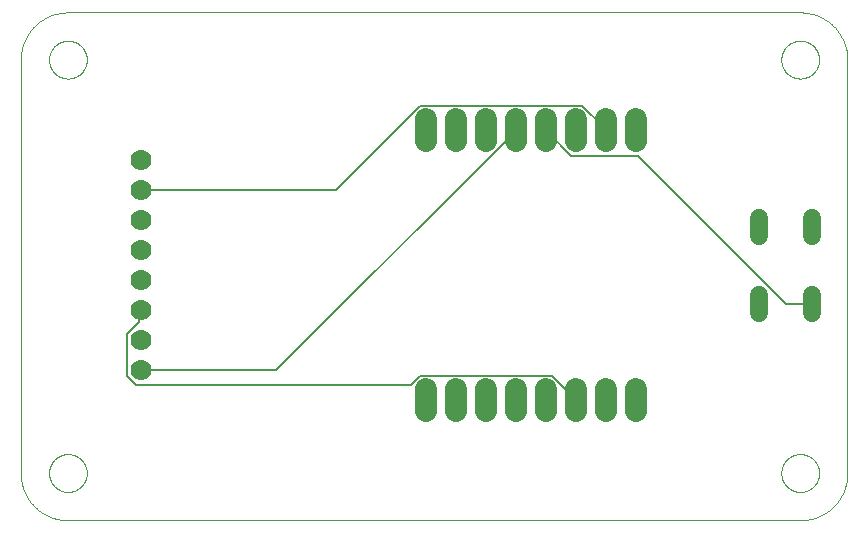
<source format=gbl>
G75*
%MOIN*%
%OFA0B0*%
%FSLAX25Y25*%
%IPPOS*%
%LPD*%
%AMOC8*
5,1,8,0,0,1.08239X$1,22.5*
%
%ADD10C,0.06000*%
%ADD11C,0.07000*%
%ADD12C,0.07200*%
%ADD13C,0.00000*%
%ADD14C,0.00600*%
D10*
X0293194Y0103356D02*
X0293194Y0109356D01*
X0310994Y0109356D02*
X0310994Y0103356D01*
X0310994Y0128956D02*
X0310994Y0134956D01*
X0293194Y0134956D02*
X0293194Y0128956D01*
D11*
X0087094Y0124156D03*
X0087094Y0114156D03*
X0087094Y0104156D03*
X0087094Y0094156D03*
X0087094Y0084156D03*
X0087094Y0134156D03*
X0087094Y0144156D03*
X0087094Y0154156D03*
D12*
X0182094Y0160556D02*
X0182094Y0167756D01*
X0192094Y0167756D02*
X0192094Y0160556D01*
X0202094Y0160556D02*
X0202094Y0167756D01*
X0212094Y0167756D02*
X0212094Y0160556D01*
X0222094Y0160556D02*
X0222094Y0167756D01*
X0232094Y0167756D02*
X0232094Y0160556D01*
X0242094Y0160556D02*
X0242094Y0167756D01*
X0252094Y0167756D02*
X0252094Y0160556D01*
X0252094Y0077756D02*
X0252094Y0070556D01*
X0242094Y0070556D02*
X0242094Y0077756D01*
X0232094Y0077756D02*
X0232094Y0070556D01*
X0222094Y0070556D02*
X0222094Y0077756D01*
X0212094Y0077756D02*
X0212094Y0070556D01*
X0202094Y0070556D02*
X0202094Y0077756D01*
X0192094Y0077756D02*
X0192094Y0070556D01*
X0182094Y0070556D02*
X0182094Y0077756D01*
D13*
X0062843Y0034156D02*
X0306937Y0034156D01*
X0300638Y0049904D02*
X0300640Y0050062D01*
X0300646Y0050220D01*
X0300656Y0050378D01*
X0300670Y0050536D01*
X0300688Y0050693D01*
X0300709Y0050850D01*
X0300735Y0051006D01*
X0300765Y0051162D01*
X0300798Y0051317D01*
X0300836Y0051470D01*
X0300877Y0051623D01*
X0300922Y0051775D01*
X0300971Y0051926D01*
X0301024Y0052075D01*
X0301080Y0052223D01*
X0301140Y0052369D01*
X0301204Y0052514D01*
X0301272Y0052657D01*
X0301343Y0052799D01*
X0301417Y0052939D01*
X0301495Y0053076D01*
X0301577Y0053212D01*
X0301661Y0053346D01*
X0301750Y0053477D01*
X0301841Y0053606D01*
X0301936Y0053733D01*
X0302033Y0053858D01*
X0302134Y0053980D01*
X0302238Y0054099D01*
X0302345Y0054216D01*
X0302455Y0054330D01*
X0302568Y0054441D01*
X0302683Y0054550D01*
X0302801Y0054655D01*
X0302922Y0054757D01*
X0303045Y0054857D01*
X0303171Y0054953D01*
X0303299Y0055046D01*
X0303429Y0055136D01*
X0303562Y0055222D01*
X0303697Y0055306D01*
X0303833Y0055385D01*
X0303972Y0055462D01*
X0304113Y0055534D01*
X0304255Y0055604D01*
X0304399Y0055669D01*
X0304545Y0055731D01*
X0304692Y0055789D01*
X0304841Y0055844D01*
X0304991Y0055895D01*
X0305142Y0055942D01*
X0305294Y0055985D01*
X0305447Y0056024D01*
X0305602Y0056060D01*
X0305757Y0056091D01*
X0305913Y0056119D01*
X0306069Y0056143D01*
X0306226Y0056163D01*
X0306384Y0056179D01*
X0306541Y0056191D01*
X0306700Y0056199D01*
X0306858Y0056203D01*
X0307016Y0056203D01*
X0307174Y0056199D01*
X0307333Y0056191D01*
X0307490Y0056179D01*
X0307648Y0056163D01*
X0307805Y0056143D01*
X0307961Y0056119D01*
X0308117Y0056091D01*
X0308272Y0056060D01*
X0308427Y0056024D01*
X0308580Y0055985D01*
X0308732Y0055942D01*
X0308883Y0055895D01*
X0309033Y0055844D01*
X0309182Y0055789D01*
X0309329Y0055731D01*
X0309475Y0055669D01*
X0309619Y0055604D01*
X0309761Y0055534D01*
X0309902Y0055462D01*
X0310041Y0055385D01*
X0310177Y0055306D01*
X0310312Y0055222D01*
X0310445Y0055136D01*
X0310575Y0055046D01*
X0310703Y0054953D01*
X0310829Y0054857D01*
X0310952Y0054757D01*
X0311073Y0054655D01*
X0311191Y0054550D01*
X0311306Y0054441D01*
X0311419Y0054330D01*
X0311529Y0054216D01*
X0311636Y0054099D01*
X0311740Y0053980D01*
X0311841Y0053858D01*
X0311938Y0053733D01*
X0312033Y0053606D01*
X0312124Y0053477D01*
X0312213Y0053346D01*
X0312297Y0053212D01*
X0312379Y0053076D01*
X0312457Y0052939D01*
X0312531Y0052799D01*
X0312602Y0052657D01*
X0312670Y0052514D01*
X0312734Y0052369D01*
X0312794Y0052223D01*
X0312850Y0052075D01*
X0312903Y0051926D01*
X0312952Y0051775D01*
X0312997Y0051623D01*
X0313038Y0051470D01*
X0313076Y0051317D01*
X0313109Y0051162D01*
X0313139Y0051006D01*
X0313165Y0050850D01*
X0313186Y0050693D01*
X0313204Y0050536D01*
X0313218Y0050378D01*
X0313228Y0050220D01*
X0313234Y0050062D01*
X0313236Y0049904D01*
X0313234Y0049746D01*
X0313228Y0049588D01*
X0313218Y0049430D01*
X0313204Y0049272D01*
X0313186Y0049115D01*
X0313165Y0048958D01*
X0313139Y0048802D01*
X0313109Y0048646D01*
X0313076Y0048491D01*
X0313038Y0048338D01*
X0312997Y0048185D01*
X0312952Y0048033D01*
X0312903Y0047882D01*
X0312850Y0047733D01*
X0312794Y0047585D01*
X0312734Y0047439D01*
X0312670Y0047294D01*
X0312602Y0047151D01*
X0312531Y0047009D01*
X0312457Y0046869D01*
X0312379Y0046732D01*
X0312297Y0046596D01*
X0312213Y0046462D01*
X0312124Y0046331D01*
X0312033Y0046202D01*
X0311938Y0046075D01*
X0311841Y0045950D01*
X0311740Y0045828D01*
X0311636Y0045709D01*
X0311529Y0045592D01*
X0311419Y0045478D01*
X0311306Y0045367D01*
X0311191Y0045258D01*
X0311073Y0045153D01*
X0310952Y0045051D01*
X0310829Y0044951D01*
X0310703Y0044855D01*
X0310575Y0044762D01*
X0310445Y0044672D01*
X0310312Y0044586D01*
X0310177Y0044502D01*
X0310041Y0044423D01*
X0309902Y0044346D01*
X0309761Y0044274D01*
X0309619Y0044204D01*
X0309475Y0044139D01*
X0309329Y0044077D01*
X0309182Y0044019D01*
X0309033Y0043964D01*
X0308883Y0043913D01*
X0308732Y0043866D01*
X0308580Y0043823D01*
X0308427Y0043784D01*
X0308272Y0043748D01*
X0308117Y0043717D01*
X0307961Y0043689D01*
X0307805Y0043665D01*
X0307648Y0043645D01*
X0307490Y0043629D01*
X0307333Y0043617D01*
X0307174Y0043609D01*
X0307016Y0043605D01*
X0306858Y0043605D01*
X0306700Y0043609D01*
X0306541Y0043617D01*
X0306384Y0043629D01*
X0306226Y0043645D01*
X0306069Y0043665D01*
X0305913Y0043689D01*
X0305757Y0043717D01*
X0305602Y0043748D01*
X0305447Y0043784D01*
X0305294Y0043823D01*
X0305142Y0043866D01*
X0304991Y0043913D01*
X0304841Y0043964D01*
X0304692Y0044019D01*
X0304545Y0044077D01*
X0304399Y0044139D01*
X0304255Y0044204D01*
X0304113Y0044274D01*
X0303972Y0044346D01*
X0303833Y0044423D01*
X0303697Y0044502D01*
X0303562Y0044586D01*
X0303429Y0044672D01*
X0303299Y0044762D01*
X0303171Y0044855D01*
X0303045Y0044951D01*
X0302922Y0045051D01*
X0302801Y0045153D01*
X0302683Y0045258D01*
X0302568Y0045367D01*
X0302455Y0045478D01*
X0302345Y0045592D01*
X0302238Y0045709D01*
X0302134Y0045828D01*
X0302033Y0045950D01*
X0301936Y0046075D01*
X0301841Y0046202D01*
X0301750Y0046331D01*
X0301661Y0046462D01*
X0301577Y0046596D01*
X0301495Y0046732D01*
X0301417Y0046869D01*
X0301343Y0047009D01*
X0301272Y0047151D01*
X0301204Y0047294D01*
X0301140Y0047439D01*
X0301080Y0047585D01*
X0301024Y0047733D01*
X0300971Y0047882D01*
X0300922Y0048033D01*
X0300877Y0048185D01*
X0300836Y0048338D01*
X0300798Y0048491D01*
X0300765Y0048646D01*
X0300735Y0048802D01*
X0300709Y0048958D01*
X0300688Y0049115D01*
X0300670Y0049272D01*
X0300656Y0049430D01*
X0300646Y0049588D01*
X0300640Y0049746D01*
X0300638Y0049904D01*
X0306937Y0034156D02*
X0307318Y0034161D01*
X0307698Y0034174D01*
X0308078Y0034197D01*
X0308457Y0034230D01*
X0308835Y0034271D01*
X0309212Y0034321D01*
X0309588Y0034381D01*
X0309963Y0034449D01*
X0310335Y0034527D01*
X0310706Y0034614D01*
X0311074Y0034709D01*
X0311440Y0034814D01*
X0311803Y0034927D01*
X0312164Y0035049D01*
X0312521Y0035179D01*
X0312875Y0035319D01*
X0313226Y0035466D01*
X0313573Y0035623D01*
X0313916Y0035787D01*
X0314255Y0035960D01*
X0314590Y0036141D01*
X0314921Y0036330D01*
X0315246Y0036527D01*
X0315567Y0036731D01*
X0315883Y0036944D01*
X0316193Y0037164D01*
X0316499Y0037391D01*
X0316798Y0037626D01*
X0317092Y0037868D01*
X0317380Y0038116D01*
X0317662Y0038372D01*
X0317937Y0038635D01*
X0318206Y0038904D01*
X0318469Y0039179D01*
X0318725Y0039461D01*
X0318973Y0039749D01*
X0319215Y0040043D01*
X0319450Y0040342D01*
X0319677Y0040648D01*
X0319897Y0040958D01*
X0320110Y0041274D01*
X0320314Y0041595D01*
X0320511Y0041920D01*
X0320700Y0042251D01*
X0320881Y0042586D01*
X0321054Y0042925D01*
X0321218Y0043268D01*
X0321375Y0043615D01*
X0321522Y0043966D01*
X0321662Y0044320D01*
X0321792Y0044677D01*
X0321914Y0045038D01*
X0322027Y0045401D01*
X0322132Y0045767D01*
X0322227Y0046135D01*
X0322314Y0046506D01*
X0322392Y0046878D01*
X0322460Y0047253D01*
X0322520Y0047629D01*
X0322570Y0048006D01*
X0322611Y0048384D01*
X0322644Y0048763D01*
X0322667Y0049143D01*
X0322680Y0049523D01*
X0322685Y0049904D01*
X0322685Y0187699D01*
X0300638Y0187699D02*
X0300640Y0187857D01*
X0300646Y0188015D01*
X0300656Y0188173D01*
X0300670Y0188331D01*
X0300688Y0188488D01*
X0300709Y0188645D01*
X0300735Y0188801D01*
X0300765Y0188957D01*
X0300798Y0189112D01*
X0300836Y0189265D01*
X0300877Y0189418D01*
X0300922Y0189570D01*
X0300971Y0189721D01*
X0301024Y0189870D01*
X0301080Y0190018D01*
X0301140Y0190164D01*
X0301204Y0190309D01*
X0301272Y0190452D01*
X0301343Y0190594D01*
X0301417Y0190734D01*
X0301495Y0190871D01*
X0301577Y0191007D01*
X0301661Y0191141D01*
X0301750Y0191272D01*
X0301841Y0191401D01*
X0301936Y0191528D01*
X0302033Y0191653D01*
X0302134Y0191775D01*
X0302238Y0191894D01*
X0302345Y0192011D01*
X0302455Y0192125D01*
X0302568Y0192236D01*
X0302683Y0192345D01*
X0302801Y0192450D01*
X0302922Y0192552D01*
X0303045Y0192652D01*
X0303171Y0192748D01*
X0303299Y0192841D01*
X0303429Y0192931D01*
X0303562Y0193017D01*
X0303697Y0193101D01*
X0303833Y0193180D01*
X0303972Y0193257D01*
X0304113Y0193329D01*
X0304255Y0193399D01*
X0304399Y0193464D01*
X0304545Y0193526D01*
X0304692Y0193584D01*
X0304841Y0193639D01*
X0304991Y0193690D01*
X0305142Y0193737D01*
X0305294Y0193780D01*
X0305447Y0193819D01*
X0305602Y0193855D01*
X0305757Y0193886D01*
X0305913Y0193914D01*
X0306069Y0193938D01*
X0306226Y0193958D01*
X0306384Y0193974D01*
X0306541Y0193986D01*
X0306700Y0193994D01*
X0306858Y0193998D01*
X0307016Y0193998D01*
X0307174Y0193994D01*
X0307333Y0193986D01*
X0307490Y0193974D01*
X0307648Y0193958D01*
X0307805Y0193938D01*
X0307961Y0193914D01*
X0308117Y0193886D01*
X0308272Y0193855D01*
X0308427Y0193819D01*
X0308580Y0193780D01*
X0308732Y0193737D01*
X0308883Y0193690D01*
X0309033Y0193639D01*
X0309182Y0193584D01*
X0309329Y0193526D01*
X0309475Y0193464D01*
X0309619Y0193399D01*
X0309761Y0193329D01*
X0309902Y0193257D01*
X0310041Y0193180D01*
X0310177Y0193101D01*
X0310312Y0193017D01*
X0310445Y0192931D01*
X0310575Y0192841D01*
X0310703Y0192748D01*
X0310829Y0192652D01*
X0310952Y0192552D01*
X0311073Y0192450D01*
X0311191Y0192345D01*
X0311306Y0192236D01*
X0311419Y0192125D01*
X0311529Y0192011D01*
X0311636Y0191894D01*
X0311740Y0191775D01*
X0311841Y0191653D01*
X0311938Y0191528D01*
X0312033Y0191401D01*
X0312124Y0191272D01*
X0312213Y0191141D01*
X0312297Y0191007D01*
X0312379Y0190871D01*
X0312457Y0190734D01*
X0312531Y0190594D01*
X0312602Y0190452D01*
X0312670Y0190309D01*
X0312734Y0190164D01*
X0312794Y0190018D01*
X0312850Y0189870D01*
X0312903Y0189721D01*
X0312952Y0189570D01*
X0312997Y0189418D01*
X0313038Y0189265D01*
X0313076Y0189112D01*
X0313109Y0188957D01*
X0313139Y0188801D01*
X0313165Y0188645D01*
X0313186Y0188488D01*
X0313204Y0188331D01*
X0313218Y0188173D01*
X0313228Y0188015D01*
X0313234Y0187857D01*
X0313236Y0187699D01*
X0313234Y0187541D01*
X0313228Y0187383D01*
X0313218Y0187225D01*
X0313204Y0187067D01*
X0313186Y0186910D01*
X0313165Y0186753D01*
X0313139Y0186597D01*
X0313109Y0186441D01*
X0313076Y0186286D01*
X0313038Y0186133D01*
X0312997Y0185980D01*
X0312952Y0185828D01*
X0312903Y0185677D01*
X0312850Y0185528D01*
X0312794Y0185380D01*
X0312734Y0185234D01*
X0312670Y0185089D01*
X0312602Y0184946D01*
X0312531Y0184804D01*
X0312457Y0184664D01*
X0312379Y0184527D01*
X0312297Y0184391D01*
X0312213Y0184257D01*
X0312124Y0184126D01*
X0312033Y0183997D01*
X0311938Y0183870D01*
X0311841Y0183745D01*
X0311740Y0183623D01*
X0311636Y0183504D01*
X0311529Y0183387D01*
X0311419Y0183273D01*
X0311306Y0183162D01*
X0311191Y0183053D01*
X0311073Y0182948D01*
X0310952Y0182846D01*
X0310829Y0182746D01*
X0310703Y0182650D01*
X0310575Y0182557D01*
X0310445Y0182467D01*
X0310312Y0182381D01*
X0310177Y0182297D01*
X0310041Y0182218D01*
X0309902Y0182141D01*
X0309761Y0182069D01*
X0309619Y0181999D01*
X0309475Y0181934D01*
X0309329Y0181872D01*
X0309182Y0181814D01*
X0309033Y0181759D01*
X0308883Y0181708D01*
X0308732Y0181661D01*
X0308580Y0181618D01*
X0308427Y0181579D01*
X0308272Y0181543D01*
X0308117Y0181512D01*
X0307961Y0181484D01*
X0307805Y0181460D01*
X0307648Y0181440D01*
X0307490Y0181424D01*
X0307333Y0181412D01*
X0307174Y0181404D01*
X0307016Y0181400D01*
X0306858Y0181400D01*
X0306700Y0181404D01*
X0306541Y0181412D01*
X0306384Y0181424D01*
X0306226Y0181440D01*
X0306069Y0181460D01*
X0305913Y0181484D01*
X0305757Y0181512D01*
X0305602Y0181543D01*
X0305447Y0181579D01*
X0305294Y0181618D01*
X0305142Y0181661D01*
X0304991Y0181708D01*
X0304841Y0181759D01*
X0304692Y0181814D01*
X0304545Y0181872D01*
X0304399Y0181934D01*
X0304255Y0181999D01*
X0304113Y0182069D01*
X0303972Y0182141D01*
X0303833Y0182218D01*
X0303697Y0182297D01*
X0303562Y0182381D01*
X0303429Y0182467D01*
X0303299Y0182557D01*
X0303171Y0182650D01*
X0303045Y0182746D01*
X0302922Y0182846D01*
X0302801Y0182948D01*
X0302683Y0183053D01*
X0302568Y0183162D01*
X0302455Y0183273D01*
X0302345Y0183387D01*
X0302238Y0183504D01*
X0302134Y0183623D01*
X0302033Y0183745D01*
X0301936Y0183870D01*
X0301841Y0183997D01*
X0301750Y0184126D01*
X0301661Y0184257D01*
X0301577Y0184391D01*
X0301495Y0184527D01*
X0301417Y0184664D01*
X0301343Y0184804D01*
X0301272Y0184946D01*
X0301204Y0185089D01*
X0301140Y0185234D01*
X0301080Y0185380D01*
X0301024Y0185528D01*
X0300971Y0185677D01*
X0300922Y0185828D01*
X0300877Y0185980D01*
X0300836Y0186133D01*
X0300798Y0186286D01*
X0300765Y0186441D01*
X0300735Y0186597D01*
X0300709Y0186753D01*
X0300688Y0186910D01*
X0300670Y0187067D01*
X0300656Y0187225D01*
X0300646Y0187383D01*
X0300640Y0187541D01*
X0300638Y0187699D01*
X0306937Y0203447D02*
X0307318Y0203442D01*
X0307698Y0203429D01*
X0308078Y0203406D01*
X0308457Y0203373D01*
X0308835Y0203332D01*
X0309212Y0203282D01*
X0309588Y0203222D01*
X0309963Y0203154D01*
X0310335Y0203076D01*
X0310706Y0202989D01*
X0311074Y0202894D01*
X0311440Y0202789D01*
X0311803Y0202676D01*
X0312164Y0202554D01*
X0312521Y0202424D01*
X0312875Y0202284D01*
X0313226Y0202137D01*
X0313573Y0201980D01*
X0313916Y0201816D01*
X0314255Y0201643D01*
X0314590Y0201462D01*
X0314921Y0201273D01*
X0315246Y0201076D01*
X0315567Y0200872D01*
X0315883Y0200659D01*
X0316193Y0200439D01*
X0316499Y0200212D01*
X0316798Y0199977D01*
X0317092Y0199735D01*
X0317380Y0199487D01*
X0317662Y0199231D01*
X0317937Y0198968D01*
X0318206Y0198699D01*
X0318469Y0198424D01*
X0318725Y0198142D01*
X0318973Y0197854D01*
X0319215Y0197560D01*
X0319450Y0197261D01*
X0319677Y0196955D01*
X0319897Y0196645D01*
X0320110Y0196329D01*
X0320314Y0196008D01*
X0320511Y0195683D01*
X0320700Y0195352D01*
X0320881Y0195017D01*
X0321054Y0194678D01*
X0321218Y0194335D01*
X0321375Y0193988D01*
X0321522Y0193637D01*
X0321662Y0193283D01*
X0321792Y0192926D01*
X0321914Y0192565D01*
X0322027Y0192202D01*
X0322132Y0191836D01*
X0322227Y0191468D01*
X0322314Y0191097D01*
X0322392Y0190725D01*
X0322460Y0190350D01*
X0322520Y0189974D01*
X0322570Y0189597D01*
X0322611Y0189219D01*
X0322644Y0188840D01*
X0322667Y0188460D01*
X0322680Y0188080D01*
X0322685Y0187699D01*
X0306937Y0203448D02*
X0062843Y0203448D01*
X0056544Y0187699D02*
X0056546Y0187857D01*
X0056552Y0188015D01*
X0056562Y0188173D01*
X0056576Y0188331D01*
X0056594Y0188488D01*
X0056615Y0188645D01*
X0056641Y0188801D01*
X0056671Y0188957D01*
X0056704Y0189112D01*
X0056742Y0189265D01*
X0056783Y0189418D01*
X0056828Y0189570D01*
X0056877Y0189721D01*
X0056930Y0189870D01*
X0056986Y0190018D01*
X0057046Y0190164D01*
X0057110Y0190309D01*
X0057178Y0190452D01*
X0057249Y0190594D01*
X0057323Y0190734D01*
X0057401Y0190871D01*
X0057483Y0191007D01*
X0057567Y0191141D01*
X0057656Y0191272D01*
X0057747Y0191401D01*
X0057842Y0191528D01*
X0057939Y0191653D01*
X0058040Y0191775D01*
X0058144Y0191894D01*
X0058251Y0192011D01*
X0058361Y0192125D01*
X0058474Y0192236D01*
X0058589Y0192345D01*
X0058707Y0192450D01*
X0058828Y0192552D01*
X0058951Y0192652D01*
X0059077Y0192748D01*
X0059205Y0192841D01*
X0059335Y0192931D01*
X0059468Y0193017D01*
X0059603Y0193101D01*
X0059739Y0193180D01*
X0059878Y0193257D01*
X0060019Y0193329D01*
X0060161Y0193399D01*
X0060305Y0193464D01*
X0060451Y0193526D01*
X0060598Y0193584D01*
X0060747Y0193639D01*
X0060897Y0193690D01*
X0061048Y0193737D01*
X0061200Y0193780D01*
X0061353Y0193819D01*
X0061508Y0193855D01*
X0061663Y0193886D01*
X0061819Y0193914D01*
X0061975Y0193938D01*
X0062132Y0193958D01*
X0062290Y0193974D01*
X0062447Y0193986D01*
X0062606Y0193994D01*
X0062764Y0193998D01*
X0062922Y0193998D01*
X0063080Y0193994D01*
X0063239Y0193986D01*
X0063396Y0193974D01*
X0063554Y0193958D01*
X0063711Y0193938D01*
X0063867Y0193914D01*
X0064023Y0193886D01*
X0064178Y0193855D01*
X0064333Y0193819D01*
X0064486Y0193780D01*
X0064638Y0193737D01*
X0064789Y0193690D01*
X0064939Y0193639D01*
X0065088Y0193584D01*
X0065235Y0193526D01*
X0065381Y0193464D01*
X0065525Y0193399D01*
X0065667Y0193329D01*
X0065808Y0193257D01*
X0065947Y0193180D01*
X0066083Y0193101D01*
X0066218Y0193017D01*
X0066351Y0192931D01*
X0066481Y0192841D01*
X0066609Y0192748D01*
X0066735Y0192652D01*
X0066858Y0192552D01*
X0066979Y0192450D01*
X0067097Y0192345D01*
X0067212Y0192236D01*
X0067325Y0192125D01*
X0067435Y0192011D01*
X0067542Y0191894D01*
X0067646Y0191775D01*
X0067747Y0191653D01*
X0067844Y0191528D01*
X0067939Y0191401D01*
X0068030Y0191272D01*
X0068119Y0191141D01*
X0068203Y0191007D01*
X0068285Y0190871D01*
X0068363Y0190734D01*
X0068437Y0190594D01*
X0068508Y0190452D01*
X0068576Y0190309D01*
X0068640Y0190164D01*
X0068700Y0190018D01*
X0068756Y0189870D01*
X0068809Y0189721D01*
X0068858Y0189570D01*
X0068903Y0189418D01*
X0068944Y0189265D01*
X0068982Y0189112D01*
X0069015Y0188957D01*
X0069045Y0188801D01*
X0069071Y0188645D01*
X0069092Y0188488D01*
X0069110Y0188331D01*
X0069124Y0188173D01*
X0069134Y0188015D01*
X0069140Y0187857D01*
X0069142Y0187699D01*
X0069140Y0187541D01*
X0069134Y0187383D01*
X0069124Y0187225D01*
X0069110Y0187067D01*
X0069092Y0186910D01*
X0069071Y0186753D01*
X0069045Y0186597D01*
X0069015Y0186441D01*
X0068982Y0186286D01*
X0068944Y0186133D01*
X0068903Y0185980D01*
X0068858Y0185828D01*
X0068809Y0185677D01*
X0068756Y0185528D01*
X0068700Y0185380D01*
X0068640Y0185234D01*
X0068576Y0185089D01*
X0068508Y0184946D01*
X0068437Y0184804D01*
X0068363Y0184664D01*
X0068285Y0184527D01*
X0068203Y0184391D01*
X0068119Y0184257D01*
X0068030Y0184126D01*
X0067939Y0183997D01*
X0067844Y0183870D01*
X0067747Y0183745D01*
X0067646Y0183623D01*
X0067542Y0183504D01*
X0067435Y0183387D01*
X0067325Y0183273D01*
X0067212Y0183162D01*
X0067097Y0183053D01*
X0066979Y0182948D01*
X0066858Y0182846D01*
X0066735Y0182746D01*
X0066609Y0182650D01*
X0066481Y0182557D01*
X0066351Y0182467D01*
X0066218Y0182381D01*
X0066083Y0182297D01*
X0065947Y0182218D01*
X0065808Y0182141D01*
X0065667Y0182069D01*
X0065525Y0181999D01*
X0065381Y0181934D01*
X0065235Y0181872D01*
X0065088Y0181814D01*
X0064939Y0181759D01*
X0064789Y0181708D01*
X0064638Y0181661D01*
X0064486Y0181618D01*
X0064333Y0181579D01*
X0064178Y0181543D01*
X0064023Y0181512D01*
X0063867Y0181484D01*
X0063711Y0181460D01*
X0063554Y0181440D01*
X0063396Y0181424D01*
X0063239Y0181412D01*
X0063080Y0181404D01*
X0062922Y0181400D01*
X0062764Y0181400D01*
X0062606Y0181404D01*
X0062447Y0181412D01*
X0062290Y0181424D01*
X0062132Y0181440D01*
X0061975Y0181460D01*
X0061819Y0181484D01*
X0061663Y0181512D01*
X0061508Y0181543D01*
X0061353Y0181579D01*
X0061200Y0181618D01*
X0061048Y0181661D01*
X0060897Y0181708D01*
X0060747Y0181759D01*
X0060598Y0181814D01*
X0060451Y0181872D01*
X0060305Y0181934D01*
X0060161Y0181999D01*
X0060019Y0182069D01*
X0059878Y0182141D01*
X0059739Y0182218D01*
X0059603Y0182297D01*
X0059468Y0182381D01*
X0059335Y0182467D01*
X0059205Y0182557D01*
X0059077Y0182650D01*
X0058951Y0182746D01*
X0058828Y0182846D01*
X0058707Y0182948D01*
X0058589Y0183053D01*
X0058474Y0183162D01*
X0058361Y0183273D01*
X0058251Y0183387D01*
X0058144Y0183504D01*
X0058040Y0183623D01*
X0057939Y0183745D01*
X0057842Y0183870D01*
X0057747Y0183997D01*
X0057656Y0184126D01*
X0057567Y0184257D01*
X0057483Y0184391D01*
X0057401Y0184527D01*
X0057323Y0184664D01*
X0057249Y0184804D01*
X0057178Y0184946D01*
X0057110Y0185089D01*
X0057046Y0185234D01*
X0056986Y0185380D01*
X0056930Y0185528D01*
X0056877Y0185677D01*
X0056828Y0185828D01*
X0056783Y0185980D01*
X0056742Y0186133D01*
X0056704Y0186286D01*
X0056671Y0186441D01*
X0056641Y0186597D01*
X0056615Y0186753D01*
X0056594Y0186910D01*
X0056576Y0187067D01*
X0056562Y0187225D01*
X0056552Y0187383D01*
X0056546Y0187541D01*
X0056544Y0187699D01*
X0047095Y0187699D02*
X0047100Y0188080D01*
X0047113Y0188460D01*
X0047136Y0188840D01*
X0047169Y0189219D01*
X0047210Y0189597D01*
X0047260Y0189974D01*
X0047320Y0190350D01*
X0047388Y0190725D01*
X0047466Y0191097D01*
X0047553Y0191468D01*
X0047648Y0191836D01*
X0047753Y0192202D01*
X0047866Y0192565D01*
X0047988Y0192926D01*
X0048118Y0193283D01*
X0048258Y0193637D01*
X0048405Y0193988D01*
X0048562Y0194335D01*
X0048726Y0194678D01*
X0048899Y0195017D01*
X0049080Y0195352D01*
X0049269Y0195683D01*
X0049466Y0196008D01*
X0049670Y0196329D01*
X0049883Y0196645D01*
X0050103Y0196955D01*
X0050330Y0197261D01*
X0050565Y0197560D01*
X0050807Y0197854D01*
X0051055Y0198142D01*
X0051311Y0198424D01*
X0051574Y0198699D01*
X0051843Y0198968D01*
X0052118Y0199231D01*
X0052400Y0199487D01*
X0052688Y0199735D01*
X0052982Y0199977D01*
X0053281Y0200212D01*
X0053587Y0200439D01*
X0053897Y0200659D01*
X0054213Y0200872D01*
X0054534Y0201076D01*
X0054859Y0201273D01*
X0055190Y0201462D01*
X0055525Y0201643D01*
X0055864Y0201816D01*
X0056207Y0201980D01*
X0056554Y0202137D01*
X0056905Y0202284D01*
X0057259Y0202424D01*
X0057616Y0202554D01*
X0057977Y0202676D01*
X0058340Y0202789D01*
X0058706Y0202894D01*
X0059074Y0202989D01*
X0059445Y0203076D01*
X0059817Y0203154D01*
X0060192Y0203222D01*
X0060568Y0203282D01*
X0060945Y0203332D01*
X0061323Y0203373D01*
X0061702Y0203406D01*
X0062082Y0203429D01*
X0062462Y0203442D01*
X0062843Y0203447D01*
X0047094Y0187699D02*
X0047094Y0049904D01*
X0056544Y0049904D02*
X0056546Y0050062D01*
X0056552Y0050220D01*
X0056562Y0050378D01*
X0056576Y0050536D01*
X0056594Y0050693D01*
X0056615Y0050850D01*
X0056641Y0051006D01*
X0056671Y0051162D01*
X0056704Y0051317D01*
X0056742Y0051470D01*
X0056783Y0051623D01*
X0056828Y0051775D01*
X0056877Y0051926D01*
X0056930Y0052075D01*
X0056986Y0052223D01*
X0057046Y0052369D01*
X0057110Y0052514D01*
X0057178Y0052657D01*
X0057249Y0052799D01*
X0057323Y0052939D01*
X0057401Y0053076D01*
X0057483Y0053212D01*
X0057567Y0053346D01*
X0057656Y0053477D01*
X0057747Y0053606D01*
X0057842Y0053733D01*
X0057939Y0053858D01*
X0058040Y0053980D01*
X0058144Y0054099D01*
X0058251Y0054216D01*
X0058361Y0054330D01*
X0058474Y0054441D01*
X0058589Y0054550D01*
X0058707Y0054655D01*
X0058828Y0054757D01*
X0058951Y0054857D01*
X0059077Y0054953D01*
X0059205Y0055046D01*
X0059335Y0055136D01*
X0059468Y0055222D01*
X0059603Y0055306D01*
X0059739Y0055385D01*
X0059878Y0055462D01*
X0060019Y0055534D01*
X0060161Y0055604D01*
X0060305Y0055669D01*
X0060451Y0055731D01*
X0060598Y0055789D01*
X0060747Y0055844D01*
X0060897Y0055895D01*
X0061048Y0055942D01*
X0061200Y0055985D01*
X0061353Y0056024D01*
X0061508Y0056060D01*
X0061663Y0056091D01*
X0061819Y0056119D01*
X0061975Y0056143D01*
X0062132Y0056163D01*
X0062290Y0056179D01*
X0062447Y0056191D01*
X0062606Y0056199D01*
X0062764Y0056203D01*
X0062922Y0056203D01*
X0063080Y0056199D01*
X0063239Y0056191D01*
X0063396Y0056179D01*
X0063554Y0056163D01*
X0063711Y0056143D01*
X0063867Y0056119D01*
X0064023Y0056091D01*
X0064178Y0056060D01*
X0064333Y0056024D01*
X0064486Y0055985D01*
X0064638Y0055942D01*
X0064789Y0055895D01*
X0064939Y0055844D01*
X0065088Y0055789D01*
X0065235Y0055731D01*
X0065381Y0055669D01*
X0065525Y0055604D01*
X0065667Y0055534D01*
X0065808Y0055462D01*
X0065947Y0055385D01*
X0066083Y0055306D01*
X0066218Y0055222D01*
X0066351Y0055136D01*
X0066481Y0055046D01*
X0066609Y0054953D01*
X0066735Y0054857D01*
X0066858Y0054757D01*
X0066979Y0054655D01*
X0067097Y0054550D01*
X0067212Y0054441D01*
X0067325Y0054330D01*
X0067435Y0054216D01*
X0067542Y0054099D01*
X0067646Y0053980D01*
X0067747Y0053858D01*
X0067844Y0053733D01*
X0067939Y0053606D01*
X0068030Y0053477D01*
X0068119Y0053346D01*
X0068203Y0053212D01*
X0068285Y0053076D01*
X0068363Y0052939D01*
X0068437Y0052799D01*
X0068508Y0052657D01*
X0068576Y0052514D01*
X0068640Y0052369D01*
X0068700Y0052223D01*
X0068756Y0052075D01*
X0068809Y0051926D01*
X0068858Y0051775D01*
X0068903Y0051623D01*
X0068944Y0051470D01*
X0068982Y0051317D01*
X0069015Y0051162D01*
X0069045Y0051006D01*
X0069071Y0050850D01*
X0069092Y0050693D01*
X0069110Y0050536D01*
X0069124Y0050378D01*
X0069134Y0050220D01*
X0069140Y0050062D01*
X0069142Y0049904D01*
X0069140Y0049746D01*
X0069134Y0049588D01*
X0069124Y0049430D01*
X0069110Y0049272D01*
X0069092Y0049115D01*
X0069071Y0048958D01*
X0069045Y0048802D01*
X0069015Y0048646D01*
X0068982Y0048491D01*
X0068944Y0048338D01*
X0068903Y0048185D01*
X0068858Y0048033D01*
X0068809Y0047882D01*
X0068756Y0047733D01*
X0068700Y0047585D01*
X0068640Y0047439D01*
X0068576Y0047294D01*
X0068508Y0047151D01*
X0068437Y0047009D01*
X0068363Y0046869D01*
X0068285Y0046732D01*
X0068203Y0046596D01*
X0068119Y0046462D01*
X0068030Y0046331D01*
X0067939Y0046202D01*
X0067844Y0046075D01*
X0067747Y0045950D01*
X0067646Y0045828D01*
X0067542Y0045709D01*
X0067435Y0045592D01*
X0067325Y0045478D01*
X0067212Y0045367D01*
X0067097Y0045258D01*
X0066979Y0045153D01*
X0066858Y0045051D01*
X0066735Y0044951D01*
X0066609Y0044855D01*
X0066481Y0044762D01*
X0066351Y0044672D01*
X0066218Y0044586D01*
X0066083Y0044502D01*
X0065947Y0044423D01*
X0065808Y0044346D01*
X0065667Y0044274D01*
X0065525Y0044204D01*
X0065381Y0044139D01*
X0065235Y0044077D01*
X0065088Y0044019D01*
X0064939Y0043964D01*
X0064789Y0043913D01*
X0064638Y0043866D01*
X0064486Y0043823D01*
X0064333Y0043784D01*
X0064178Y0043748D01*
X0064023Y0043717D01*
X0063867Y0043689D01*
X0063711Y0043665D01*
X0063554Y0043645D01*
X0063396Y0043629D01*
X0063239Y0043617D01*
X0063080Y0043609D01*
X0062922Y0043605D01*
X0062764Y0043605D01*
X0062606Y0043609D01*
X0062447Y0043617D01*
X0062290Y0043629D01*
X0062132Y0043645D01*
X0061975Y0043665D01*
X0061819Y0043689D01*
X0061663Y0043717D01*
X0061508Y0043748D01*
X0061353Y0043784D01*
X0061200Y0043823D01*
X0061048Y0043866D01*
X0060897Y0043913D01*
X0060747Y0043964D01*
X0060598Y0044019D01*
X0060451Y0044077D01*
X0060305Y0044139D01*
X0060161Y0044204D01*
X0060019Y0044274D01*
X0059878Y0044346D01*
X0059739Y0044423D01*
X0059603Y0044502D01*
X0059468Y0044586D01*
X0059335Y0044672D01*
X0059205Y0044762D01*
X0059077Y0044855D01*
X0058951Y0044951D01*
X0058828Y0045051D01*
X0058707Y0045153D01*
X0058589Y0045258D01*
X0058474Y0045367D01*
X0058361Y0045478D01*
X0058251Y0045592D01*
X0058144Y0045709D01*
X0058040Y0045828D01*
X0057939Y0045950D01*
X0057842Y0046075D01*
X0057747Y0046202D01*
X0057656Y0046331D01*
X0057567Y0046462D01*
X0057483Y0046596D01*
X0057401Y0046732D01*
X0057323Y0046869D01*
X0057249Y0047009D01*
X0057178Y0047151D01*
X0057110Y0047294D01*
X0057046Y0047439D01*
X0056986Y0047585D01*
X0056930Y0047733D01*
X0056877Y0047882D01*
X0056828Y0048033D01*
X0056783Y0048185D01*
X0056742Y0048338D01*
X0056704Y0048491D01*
X0056671Y0048646D01*
X0056641Y0048802D01*
X0056615Y0048958D01*
X0056594Y0049115D01*
X0056576Y0049272D01*
X0056562Y0049430D01*
X0056552Y0049588D01*
X0056546Y0049746D01*
X0056544Y0049904D01*
X0047095Y0049904D02*
X0047100Y0049523D01*
X0047113Y0049143D01*
X0047136Y0048763D01*
X0047169Y0048384D01*
X0047210Y0048006D01*
X0047260Y0047629D01*
X0047320Y0047253D01*
X0047388Y0046878D01*
X0047466Y0046506D01*
X0047553Y0046135D01*
X0047648Y0045767D01*
X0047753Y0045401D01*
X0047866Y0045038D01*
X0047988Y0044677D01*
X0048118Y0044320D01*
X0048258Y0043966D01*
X0048405Y0043615D01*
X0048562Y0043268D01*
X0048726Y0042925D01*
X0048899Y0042586D01*
X0049080Y0042251D01*
X0049269Y0041920D01*
X0049466Y0041595D01*
X0049670Y0041274D01*
X0049883Y0040958D01*
X0050103Y0040648D01*
X0050330Y0040342D01*
X0050565Y0040043D01*
X0050807Y0039749D01*
X0051055Y0039461D01*
X0051311Y0039179D01*
X0051574Y0038904D01*
X0051843Y0038635D01*
X0052118Y0038372D01*
X0052400Y0038116D01*
X0052688Y0037868D01*
X0052982Y0037626D01*
X0053281Y0037391D01*
X0053587Y0037164D01*
X0053897Y0036944D01*
X0054213Y0036731D01*
X0054534Y0036527D01*
X0054859Y0036330D01*
X0055190Y0036141D01*
X0055525Y0035960D01*
X0055864Y0035787D01*
X0056207Y0035623D01*
X0056554Y0035466D01*
X0056905Y0035319D01*
X0057259Y0035179D01*
X0057616Y0035049D01*
X0057977Y0034927D01*
X0058340Y0034814D01*
X0058706Y0034709D01*
X0059074Y0034614D01*
X0059445Y0034527D01*
X0059817Y0034449D01*
X0060192Y0034381D01*
X0060568Y0034321D01*
X0060945Y0034271D01*
X0061323Y0034230D01*
X0061702Y0034197D01*
X0062082Y0034174D01*
X0062462Y0034161D01*
X0062843Y0034156D01*
D14*
X0085494Y0079356D02*
X0177294Y0079356D01*
X0180294Y0082356D01*
X0224094Y0082356D01*
X0231894Y0074556D01*
X0232094Y0074156D01*
X0302094Y0106356D02*
X0252894Y0155556D01*
X0230694Y0155556D01*
X0222094Y0164156D01*
X0212094Y0164156D02*
X0212094Y0163956D01*
X0132294Y0084156D01*
X0087094Y0084156D01*
X0082494Y0082356D02*
X0085494Y0079356D01*
X0082494Y0082356D02*
X0082494Y0096156D01*
X0086694Y0100356D01*
X0086694Y0103956D01*
X0087094Y0104156D01*
X0087094Y0144156D02*
X0152094Y0144156D01*
X0180294Y0172356D01*
X0234294Y0172356D01*
X0242094Y0164556D01*
X0242094Y0164156D01*
X0302094Y0106356D02*
X0310994Y0106356D01*
M02*

</source>
